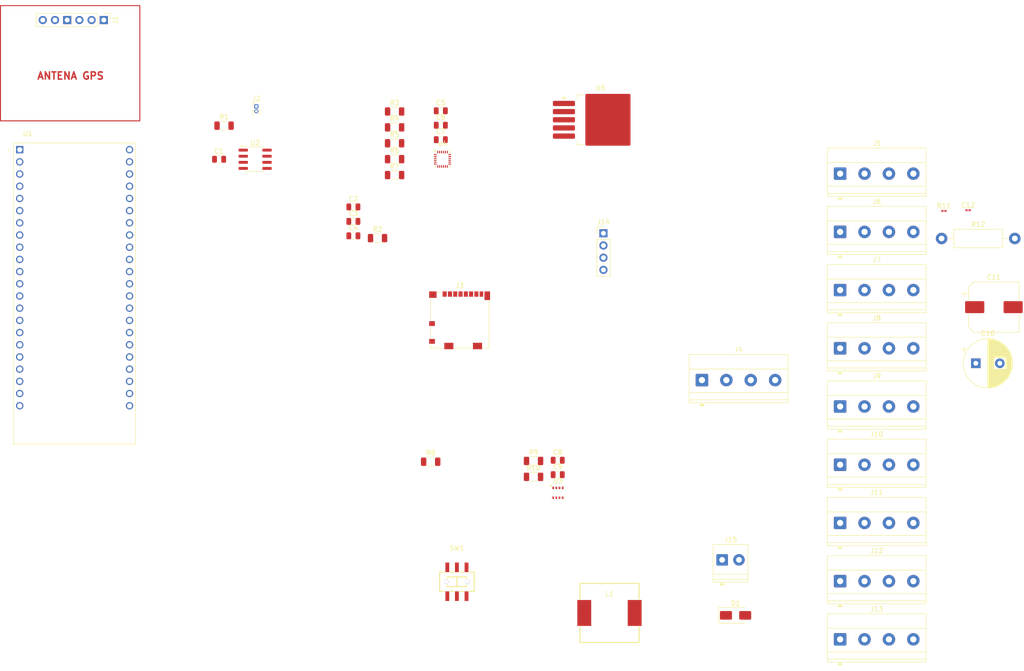
<source format=kicad_pcb>
(kicad_pcb (version 20241229) (generator "pcbnew") (generator_version "9.0")
  (layers (0 "F.Cu" signal) (2 "B.Cu" signal) (13 "F.Paste" user) (15 "B.Paste" user) (5 "F.SilkS" user "F.Silkscreen") (7 "B.SilkS" user "B.Silkscreen") (1 "F.Mask" user) (3 "B.Mask" user) (25 "Edge.Cuts" user))
  (net 0 "")
  (net 1 "GND")
  (net 3 "MOSI")
  (net 9 "EN")
  (net 18 "CS")
  (net 19 "MISO")
  (net 26 "CLK")
  (net 30 "TX")
  (net 31 "RX")
  (net 32 "5V")
  (net 33 "3.3V")
  (net 34 "CANL")
  (net 38 "CANH")
  (net 39 "S")
  (net 41 "Net-(J2-Pin_1)")
  (net 42 "SDA")
  (net 43 "SCL")
  (net 49 "Net-(U4-REGOUT)")
  (net 51 "Net-(J14-Pin_1)")
  (net 52 "Net-(J14-Pin_3)")
  (net 53 "Net-(U4-~{CS})")
  (net 58 "Net-(U5-FB)")
  (net 59 "Net-(U4-AD0{slash}MISO)")
  (net 96 "Net-(D1-K)")
  (net 97 "Net-(U4-FSYNC)")
  (net 98 "Net-(D1-A)")
  (net 99 "Net-(C11-Pad1)")
  (net 101 "+5V")
  (footprint "Capacitor_SMD:C_0805_2012Metric" (layer "F.Cu") (at 157.15 42.42)
    (property "Reference" "C7" (at 0 -1.68 0) (layer "F.SilkS"))
    (property "Value" "0.1uF")
    (pad "1" smd roundrect (at -0.95 0) (size 1 1.45) (layers "F.Cu" "F.Mask" "F.Paste") (net 49 "Net-(U4-REGOUT)"))
    (pad "2" smd roundrect (at 0.95 0) (size 1 1.45) (layers "F.Cu" "F.Mask" "F.Paste") (net 1 "GND"))
  )
  (footprint "Resistor_SMD:R_1206_3216Metric" (layer "F.Cu") (at 155.0375 109.5)
    (property "Reference" "R8" (at 0 -1.83 0) (layer "F.SilkS"))
    (property "Value" "10K")
    (pad "1" smd roundrect (at -1.4625 0) (size 1.125 1.75) (layers "F.Cu" "F.Mask" "F.Paste") (roundrect_rratio 0.222222) (net 18 "CS"))
    (pad "2" smd roundrect (at 1.4625 0) (size 1.125 1.75) (layers "F.Cu" "F.Mask" "F.Paste") (roundrect_rratio 0.222222) (net 33 "3.3V"))
  )
  (footprint "easyeda2kicad:SW-SMD_MS-22D28-G020" (layer "F.Cu") (at 160.5 134.5)
    (property "Reference" "SW1" (at 0 -7 0) (layer "F.SilkS"))
    (property "Value" "MS-22D28-G020")
    (pad "" thru_hole circle (at -2.25 0) (size 0.9 0.9) (drill 0.9) (layers "*.Cu" "*.Mask"))
    (pad "" thru_hole circle (at 2.25 0) (size 0.9 0.9) (drill 0.9) (layers "*.Cu" "*.Mask"))
    (pad "1" smd rect (at -2 -3 90) (size 2 0.8) (layers "F.Cu" "F.Mask" "F.Paste") (net 99 "Net-(C11-Pad1)"))
    (pad "2" smd rect (at 0 -3 90) (size 2 0.8) (layers "F.Cu" "F.Mask" "F.Paste") (net 98 "Net-(D1-A)"))
    (pad "3" smd rect (at 2 -3 90) (size 2 0.8) (layers "F.Cu" "F.Mask" "F.Paste") (net 52 "Net-(J14-Pin_3)"))
    (pad "4" smd rect (at -2 3 90) (size 2 0.8) (layers "F.Cu" "F.Mask" "F.Paste") (net 101 "+5V"))
    (pad "5" smd rect (at 0 3 90) (size 2 0.8) (layers "F.Cu" "F.Mask" "F.Paste") (net 1 "GND"))
    (pad "6" smd rect (at 2 3 90) (size 2 0.8) (layers "F.Cu" "F.Mask" "F.Paste"))
  )
  (footprint "TerminalBlock_Phoenix:TerminalBlock_Phoenix_MKDS-1,5-4-5.08_1x04_P5.08mm_Horizontal" (layer "F.Cu") (at 240.26 73.75)
    (property "Reference" "J7" (at 7.62 -6.32 0) (layer "F.SilkS"))
    (property "Value" "Screw_Terminal_01x04")
    (pad "1" thru_hole roundrect (at 0 0) (size 2.6 2.6) (drill 1.3) (layers "*.Cu" "*.Mask") (roundrect_rratio 0.096154))
    (pad "2" thru_hole circle (at 5.08 0) (size 2.6 2.6) (drill 1.3) (layers "*.Cu" "*.Mask"))
    (pad "3" thru_hole circle (at 10.16 0) (size 2.6 2.6) (drill 1.3) (layers "*.Cu" "*.Mask"))
    (pad "4" thru_hole circle (at 15.24 0) (size 2.6 2.6) (drill 1.3) (layers "*.Cu" "*.Mask"))
  )
  (footprint "Conn_01x06:PinHeader_1x06_P2.54mm_Vertical" (layer "F.Cu") (at 87 17.5 -90)
    (property "Reference" "J1" (at 0 -2.38 90) (layer "F.SilkS"))
    (property "Value" "GN-2630G")
    (pad "1" thru_hole rect (at 0 0 270) (size 1.7 1.7) (drill 1) (layers "*.Cu" "*.Mask") (net 9 "EN"))
    (pad "2" thru_hole circle (at 0 2.54 270) (size 1.7 1.7) (drill 1) (layers "*.Cu" "*.Mask"))
    (pad "3" thru_hole circle (at 0 5.08 270) (size 1.7 1.7) (drill 1) (layers "*.Cu" "*.Mask") (net 30 "TX"))
    (pad "4" thru_hole rect (at 0 7.62 270) (size 1.7 1.7) (drill 1) (layers "*.Cu" "*.Mask") (net 31 "RX"))
    (pad "5" thru_hole circle (at 0 10.16 270) (size 1.7 1.7) (drill 1) (layers "*.Cu" "*.Mask") (net 1 "GND"))
    (pad "6" thru_hole circle (at 0 12.7 270) (size 1.7 1.7) (drill 1) (layers "*.Cu" "*.Mask") (net 32 "5V"))
  )
  (footprint "Resistor_SMD:R_1206_3216Metric" (layer "F.Cu") (at 176.45 112.65)
    (property "Reference" "R10" (at 0 -1.83 0) (layer "F.SilkS"))
    (property "Value" "4.7K")
    (pad "1" smd roundrect (at -1.4625 0) (size 1.125 1.75) (layers "F.Cu" "F.Mask" "F.Paste") (roundrect_rratio 0.222222) (net 42 "SDA"))
    (pad "2" smd roundrect (at 1.4625 0) (size 1.125 1.75) (layers "F.Cu" "F.Mask" "F.Paste") (roundrect_rratio 0.222222) (net 33 "3.3V"))
  )
  (footprint "Resistor_SMD:R_1206_3216Metric" (layer "F.Cu") (at 147.53 43.17)
    (property "Reference" "R5" (at 0 -1.83 0) (layer "F.SilkS"))
    (property "Value" "10K")
    (pad "1" smd roundrect (at -1.4625 0) (size 1.125 1.75) (layers "F.Cu" "F.Mask" "F.Paste") (roundrect_rratio 0.222222) (net 43 "SCL"))
    (pad "2" smd roundrect (at 1.4625 0) (size 1.125 1.75) (layers "F.Cu" "F.Mask" "F.Paste") (roundrect_rratio 0.222222) (net 33 "3.3V"))
  )
  (footprint "Resistor_SMD:R_1206_3216Metric" (layer "F.Cu") (at 147.53 36.55)
    (property "Reference" "R3" (at 0 -1.83 0) (layer "F.SilkS"))
    (property "Value" "10K")
    (pad "1" smd roundrect (at -1.4625 0) (size 1.125 1.75) (layers "F.Cu" "F.Mask" "F.Paste") (roundrect_rratio 0.222222) (net 53 "Net-(U4-~{CS})"))
    (pad "2" smd roundrect (at 1.4625 0) (size 1.125 1.75) (layers "F.Cu" "F.Mask" "F.Paste") (roundrect_rratio 0.222222) (net 33 "3.3V"))
  )
  (footprint "Capacitor_SMD:C_0805_2012Metric" (layer "F.Cu") (at 181.48 112.2)
    (property "Reference" "C9" (at 0 -1.68 0) (layer "F.SilkS"))
    (property "Value" "0.1uF")
    (pad "1" smd roundrect (at -0.95 0) (size 1 1.45) (layers "F.Cu" "F.Mask" "F.Paste") (net 33 "3.3V"))
    (pad "2" smd roundrect (at 0.95 0) (size 1 1.45) (layers "F.Cu" "F.Mask" "F.Paste") (net 1 "GND"))
  )
  (footprint "ESP32-S3-DEVKITC-1U-N8R2:XCVR_ESP32-S3-DEVKITC-1U-N8R2" (layer "F.Cu") (at 80.93 74.47)
    (property "Reference" "U1" (at -9.775 -33.305 0) (layer "F.SilkS"))
    (property "Value" "ESP32-S3-DEVKITC-1U-N8R2")
    (pad "J1_1" thru_hole rect (at -11.43 -29.97) (size 1.53 1.53) (drill 1.02) (layers "*.Cu" "*.Mask") (net 33 "3.3V"))
    (pad "J1_2" thru_hole circle (at -11.43 -27.43) (size 1.53 1.53) (drill 1.02) (layers "*.Cu" "*.Mask") (net 33 "3.3V"))
    (pad "J1_3" thru_hole circle (at -11.43 -24.89) (size 1.53 1.53) (drill 1.02) (layers "*.Cu" "*.Mask"))
    (pad "J1_4" thru_hole circle (at -11.43 -22.35) (size 1.53 1.53) (drill 1.02) (layers "*.Cu" "*.Mask") (net 9 "EN"))
    (pad "J1_5" thru_hole circle (at -11.43 -19.81) (size 1.53 1.53) (drill 1.02) (layers "*.Cu" "*.Mask"))
    (pad "J1_6" thru_hole circle (at -11.43 -17.27) (size 1.53 1.53) (drill 1.02) (layers "*.Cu" "*.Mask"))
    (pad "J1_7" thru_hole circle (at -11.43 -14.73) (size 1.53 1.53) (drill 1.02) (layers "*.Cu" "*.Mask"))
    (pad "J1_8" thru_hole circle (at -11.43 -12.19) (size 1.53 1.53) (drill 1.02) (layers "*.Cu" "*.Mask"))
    (pad "J1_9" thru_hole circle (at -11.43 -9.65) (size 1.53 1.53) (drill 1.02) (layers "*.Cu" "*.Mask"))
    (pad "J1_10" thru_hole circle (at -11.43 -7.11) (size 1.53 1.53) (drill 1.02) (layers "*.Cu" "*.Mask"))
    (pad "J1_11" thru_hole circle (at -11.43 -4.57) (size 1.53 1.53) (drill 1.02) (layers "*.Cu" "*.Mask"))
    (pad "J1_12" thru_hole circle (at -11.43 -2.03) (size 1.53 1.53) (drill 1.02) (layers "*.Cu" "*.Mask") (net 42 "SDA"))
    (pad "J1_13" thru_hole circle (at -11.43 0.51) (size 1.53 1.53) (drill 1.02) (layers "*.Cu" "*.Mask"))
    (pad "J1_14" thru_hole circle (at -11.43 3.05) (size 1.53 1.53) (drill 1.02) (layers "*.Cu" "*.Mask"))
    (pad "J1_15" thru_hole circle (at -11.43 5.59) (size 1.53 1.53) (drill 1.02) (layers "*.Cu" "*.Mask") (net 43 "SCL"))
    (pad "J1_16" thru_hole circle (at -11.43 8.13) (size 1.53 1.53) (drill 1.02) (layers "*.Cu" "*.Mask") (net 18 "CS"))
    (pad "J1_17" thru_hole circle (at -11.43 10.67) (size 1.53 1.53) (drill 1.02) (layers "*.Cu" "*.Mask") (net 3 "MOSI"))
    (pad "J1_18" thru_hole circle (at -11.43 13.21) (size 1.53 1.53) (drill 1.02) (layers "*.Cu" "*.Mask") (net 26 "CLK"))
    (pad "J1_19" thru_hole circle (at -11.43 15.75) (size 1.53 1.53) (drill 1.02) (layers "*.Cu" "*.Mask") (net 19 "MISO"))
    (pad "J1_20" thru_hole circle (at -11.43 18.29) (size 1.53 1.53) (drill 1.02) (layers "*.Cu" "*.Mask"))
    (pad "J1_21" thru_hole circle (at -11.43 20.83) (size 1.53 1.53) (drill 1.02) (layers "*.Cu" "*.Mask") (net 32 "5V"))
    (pad "J1_22" thru_hole circle (at -11.43 23.37) (size 1.53 1.53) (drill 1.02) (layers "*.Cu" "*.Mask") (net 1 "GND"))
    (pad "J3_1" thru_hole circle (at 11.43 -29.97) (size 1.53 1.53) (drill 1.02) (layers "*.Cu" "*.Mask") (net 1 "GND"))
    (pad "J3_2" thru_hole circle (at 11.43 -27.43) (size 1.53 1.53) (drill 1.02) (layers "*.Cu" "*.Mask") (net 30 "TX"))
    (pad "J3_3" thru_hole circle (at 11.43 -24.89) (size 1.53 1.53) (drill 1.02) (layers "*.Cu" "*.Mask") (net 31 "RX"))
    (pad "J3_4" thru_hole circle (at 11.43 -22.35) (size 1.53 1.53) (drill 1.02) (layers "*.Cu" "*.Mask"))
    (pad "J3_5" thru_hole circle (at 11.43 -19.81) (size 1.53 1.53) (drill 1.02) (layers "*.Cu" "*.Mask"))
    (pad "J3_6" thru_hole circle (at 11.43 -17.27) (size 1.53 1.53) (drill 1.02) (layers "*.Cu" "*.Mask"))
    (pad "J3_7" thru_hole circle (at 11.43 -14.73) (size 1.53 1.53) (drill 1.02) (layers "*.Cu" "*.Mask"))
    (pad "J3_8" thru_hole circle (at 11.43 -12.19) (size 1.53 1.53) (drill 1.02) (layers "*.Cu" "*.Mask"))
    (pad "J3_9" thru_hole circle (at 11.43 -9.65) (size 1.53 1.53) (drill 1.02) (layers "*.Cu" "*.Mask"))
    (pad "J3_10" thru_hole circle (at 11.43 -7.11) (size 1.53 1.53) (drill 1.02) (layers "*.Cu" "*.Mask"))
    (pad "J3_11" thru_hole circle (at 11.43 -4.57) (size 1.53 1.53) (drill 1.02) (layers "*.Cu" "*.Mask"))
    (pad "J3_12" thru_hole circle (at 11.43 -2.03) (size 1.53 1.53) (drill 1.02) (layers "*.Cu" "*.Mask"))
    (pad "J3_13" thru_hole circle (at 11.43 0.51) (size 1.53 1.53) (drill 1.02) (layers "*.Cu" "*.Mask"))
    (pad "J3_14" thru_hole circle (at 11.43 3.05) (size 1.53 1.53) (drill 1.02) (layers "*.Cu" "*.Mask"))
    (pad "J3_15" thru_hole circle (at 11.43 5.59) (size 1.53 1.53) (drill 1.02) (layers "*.Cu" "*.Mask"))
    (pad "J3_16" thru_hole circle (at 11.43 8.13) (size 1.53 1.53) (drill 1.02) (layers "*.Cu" "*.Mask"))
    (pad "J3_17" thru_hole circle (at 11.43 10.67) (size 1.53 1.53) (drill 1.02) (layers "*.Cu" "*.Mask"))
    (pad "J3_18" thru_hole circle (at 11.43 13.21) (size 1.53 1.53) (drill 1.02) (layers "*.Cu" "*.Mask"))
    (pad "J3_19" thru_hole circle (at 11.43 15.75) (size 1.53 1.53) (drill 1.02) (layers "*.Cu" "*.Mask"))
    (pad "J3_20" thru_hole circle (at 11.43 18.29) (size 1.53 1.53) (drill 1.02) (layers "*.Cu" "*.Mask"))
    (pad "J3_21" thru_hole circle (at 11.43 20.83) (size 1.53 1.53) (drill 1.02) (layers "*.Cu" "*.Mask") (net 1 "GND"))
    (pad "J3_22" thru_hole circle (at 11.43 23.37) (size 1.53 1.53) (drill 1.02) (layers "*.Cu" "*.Mask") (net 1 "GND"))
  )
  (footprint "Connector_PinHeader_2.54mm:PinHeader_1x04_P2.54mm_Vertical" (layer "F.Cu") (at 191 61.92)
    (property "Reference" "J14" (at 0 -2.38 0) (layer "F.SilkS"))
    (property "Value" "External Voltage Regulator")
    (pad "1" thru_hole rect (at 0 0) (size 1.7 1.7) (drill 1) (layers "*.Cu" "*.Mask") (net 51 "Net-(J14-Pin_1)"))
    (pad "2" thru_hole circle (at 0 2.54) (size 1.7 1.7) (drill 1) (layers "*.Cu" "*.Mask") (net 98 "Net-(D1-A)"))
    (pad "3" thru_hole circle (at 0 5.08) (size 1.7 1.7) (drill 1) (layers "*.Cu" "*.Mask") (net 52 "Net-(J14-Pin_3)"))
    (pad "4" thru_hole circle (at 0 7.62) (size 1.7 1.7) (drill 1) (layers "*.Cu" "*.Mask") (net 98 "Net-(D1-A)"))
  )
  (footprint "Capacitor_SMD:C_0805_2012Metric" (layer "F.Cu") (at 157.15 39.41)
    (property "Reference" "C6" (at 0 -1.68 0) (layer "F.SilkS"))
    (property "Value" "0.01uF")
    (pad "1" smd roundrect (at -0.95 0) (size 1 1.45) (layers "F.Cu" "F.Mask" "F.Paste") (net 33 "3.3V"))
    (pad "2" smd roundrect (at 0.95 0) (size 1 1.45) (layers "F.Cu" "F.Mask" "F.Paste") (net 1 "GND"))
  )
  (footprint "Capacitor_THT:CP_Radial_D10.0mm_P5.00mm" (layer "F.Cu") (at 268.5 89)
    (property "Reference" "C10" (at 2.5 -6.25 0) (layer "F.SilkS"))
    (property "Value" "470uF")
    (pad "1" thru_hole rect (at 0 0) (size 2 2) (drill 1) (layers "*.Cu" "*.Mask") (net 51 "Net-(J14-Pin_1)"))
    (pad "2" thru_hole circle (at 5 0) (size 2 2) (drill 1) (layers "*.Cu" "*.Mask") (net 98 "Net-(D1-A)"))
  )
  (footprint "Connector_Card:microSD_HC_Molex_104031-0811" (layer "F.Cu") (at 161.06 80.025)
    (property "Reference" "J3" (at 0 -7.18 0) (layer "F.SilkS"))
    (property "Value" "Micro_SD_Card")
    (pad "1" smd rect (at -3.105 -5.45) (size 0.85 1.1) (layers "F.Cu" "F.Mask" "F.Paste"))
    (pad "2" smd rect (at -2.005 -5.45) (size 0.85 1.1) (layers "F.Cu" "F.Mask" "F.Paste") (net 18 "CS"))
    (pad "3" smd rect (at -0.905 -5.45) (size 0.85 1.1) (layers "F.Cu" "F.Mask" "F.Paste") (net 3 "MOSI"))
    (pad "4" smd rect (at 0.195 -5.45) (size 0.85 1.1) (layers "F.Cu" "F.Mask" "F.Paste") (net 33 "3.3V"))
    (pad "5" smd rect (at 1.295 -5.45) (size 0.85 1.1) (layers "F.Cu" "F.Mask" "F.Paste") (net 26 "CLK"))
    (pad "6" smd rect (at 2.395 -5.45) (size 0.85 1.1) (layers "F.Cu" "F.Mask" "F.Paste") (net 1 "GND"))
    (pad "7" smd rect (at 3.495 -5.45) (size 0.85 1.1) (layers "F.Cu" "F.Mask" "F.Paste") (net 19 "MISO"))
    (pad "8" smd rect (at 4.545 -5.45) (size 0.75 1.1) (layers "F.Cu" "F.Mask" "F.Paste"))
    (pad "9" smd rect (at -5.74 0.7) (size 1.2 1) (layers "F.Cu" "F.Mask" "F.Paste"))
    (pad "10" smd rect (at -5.74 4.4) (size 1.2 1) (layers "F.Cu" "F.Mask" "F.Paste"))
    (pad "11" smd rect (at -5.565 -5.325) (size 1.55 1.35) (layers "F.Cu" "F.Mask" "F.Paste"))
    (pad "11" smd rect (at -2.24 5.375) (size 1.9 1.35) (layers "F.Cu" "F.Mask" "F.Paste"))
    (pad "11" smd rect (at 3.73 5.375) (size 1.9 1.35) (layers "F.Cu" "F.Mask" "F.Paste"))
    (pad "11" smd rect (at 5.755 -5.1) (size 1.17 1.8) (layers "F.Cu" "F.Mask" "F.Paste"))
  )
  (footprint "Resistor_SMD:R_0201_0603Metric" (layer "F.Cu") (at 261.87 57.27)
    (property "Reference" "R11" (at 0 -1.05 0) (layer "F.SilkS"))
    (property "Value" "1K")
    (pad "1" smd roundrect (at -0.32 0) (size 0.46 0.4) (layers "F.Cu" "F.Mask") (net 1 "GND"))
    (pad "2" smd roundrect (at 0.32 0) (size 0.46 0.4) (layers "F.Cu" "F.Mask") (net 58 "Net-(U5-FB)"))
  )
  (footprint "Resistor_SMD:R_1206_3216Metric" (layer "F.Cu") (at 147.53 49.79)
    (property "Reference" "R7" (at 0 -1.83 0) (layer "F.SilkS"))
    (property "Value" "10K")
    (pad "1" smd roundrect (at -1.4625 0) (size 1.125 1.75) (layers "F.Cu" "F.Mask" "F.Paste") (roundrect_rratio 0.222222) (net 1 "GND"))
    (pad "2" smd roundrect (at 1.4625 0) (size 1.125 1.75) (layers "F.Cu" "F.Mask" "F.Paste") (roundrect_rratio 0.222222) (net 97 "Net-(U4-FSYNC)"))
  )
  (footprint "Capacitor_SMD:CP_Elec_10x10" (layer "F.Cu") (at 272.270354 77.3)
    (property "Reference" "C11" (at 0 -6.2 0) (layer "F.SilkS"))
    (property "Value" "220uF")
    (pad "1" smd roundrect (at -4 0) (size 4 2.5) (layers "F.Cu" "F.Mask" "F.Paste") (roundrect_rratio 0.1) (net 99 "Net-(C11-Pad1)"))
    (pad "2" smd roundrect (at 4 0) (size 4 2.5) (layers "F.Cu" "F.Mask" "F.Paste") (roundrect_rratio 0.1) (net 98 "Net-(D1-A)"))
  )
  (footprint "Capacitor_SMD:C_0805_2012Metric" (layer "F.Cu") (at 157.15 36.4)
    (property "Reference" "C5" (at 0 -1.68 0) (layer "F.SilkS"))
    (property "Value" "0.1uF")
    (pad "1" smd roundrect (at -0.95 0) (size 1 1.45) (layers "F.Cu" "F.Mask" "F.Paste") (net 33 "3.3V"))
    (pad "2" smd roundrect (at 0.95 0) (size 1 1.45) (layers "F.Cu" "F.Mask" "F.Paste") (net 1 "GND"))
  )
  (footprint "TerminalBlock_Phoenix:TerminalBlock_Phoenix_MKDS-1,5-4-5.08_1x04_P5.08mm_Horizontal" (layer "F.Cu") (at 240.26 61.625)
    (property "Reference" "J6" (at 7.62 -6.32 0) (layer "F.SilkS"))
    (property "Value" "Screw_Terminal_01x04")
    (pad "1" thru_hole roundrect (at 0 0) (size 2.6 2.6) (drill 1.3) (layers "*.Cu" "*.Mask") (roundrect_rratio 0.096154))
    (pad "2" thru_hole circle (at 5.08 0) (size 2.6 2.6) (drill 1.3) (layers "*.Cu" "*.Mask"))
    (pad "3" thru_hole circle (at 10.16 0) (size 2.6 2.6) (drill 1.3) (layers "*.Cu" "*.Mask"))
    (pad "4" thru_hole circle (at 15.24 0) (size 2.6 2.6) (drill 1.3) (layers "*.Cu" "*.Mask"))
  )
  (footprint "TerminalBlock_Phoenix:TerminalBlock_Phoenix_MKDS-1,5-4-5.08_1x04_P5.08mm_Horizontal" (layer "F.Cu") (at 240.26 98)
    (property "Reference" "J9" (at 7.62 -6.32 0) (layer "F.SilkS"))
    (property "Value" "Screw_Terminal_01x04")
    (pad "1" thru_hole roundrect (at 0 0) (size 2.6 2.6) (drill 1.3) (layers "*.Cu" "*.Mask") (roundrect_rratio 0.096154))
    (pad "2" thru_hole circle (at 5.08 0) (size 2.6 2.6) (drill 1.3) (layers "*.Cu" "*.Mask"))
    (pad "3" thru_hole circle (at 10.16 0) (size 2.6 2.6) (drill 1.3) (layers "*.Cu" "*.Mask"))
    (pad "4" thru_hole circle (at 15.24 0) (size 2.6 2.6) (drill 1.3) (layers "*.Cu" "*.Mask"))
  )
  (footprint "Resistor_SMD:R_1206_3216Metric" (layer "F.Cu") (at 147.53 46.48)
    (property "Reference" "R6" (at 0 -1.83 0) (layer "F.SilkS"))
    (property "Value" "10K")
    (pad "1" smd roundrect (at -1.4625 0) (size 1.125 1.75) (layers "F.Cu" "F.Mask" "F.Paste") (roundrect_rratio 0.222222) (net 1 "GND"))
    (pad "2" smd roundrect (at 1.4625 0) (size 1.125 1.75) (layers "F.Cu" "F.Mask" "F.Paste") (roundrect_rratio 0.222222) (net 59 "Net-(U4-AD0{slash}MISO)"))
  )
  (footprint "Connector_PinHeader_1.00mm:PinHeader_1x02_P1.00mm_Vertical" (layer "F.Cu") (at 118.75 35.49)
    (property "Reference" "J2" (at 0 -1.61 0) (layer "F.SilkS"))
    (property "Value" "Jumper")
    (pad "1" thru_hole rect (at 0 0) (size 0.85 0.85) (drill 0.5) (layers "*.Cu" "*.Mask") (net 41 "Net-(J2-Pin_1)"))
    (pad "2" thru_hole circle (at 0 1) (size 0.85 0.85) (drill 0.5) (layers "*.Cu" "*.Mask") (net 34 "CANL"))
  )
  (footprint "Resistor_SMD:R_1206_3216Metric" (layer "F.Cu") (at 147.53 39.86)
    (property "Reference" "R4" (at 0 -1.83 0) (layer "F.SilkS"))
    (property "Value" "10K")
    (pad "1" smd roundrect (at -1.4625 0) (size 1.125 1.75) (layers "F.Cu" "F.Mask" "F.Paste") (roundrect_rratio 0.222222) (net 42 "SDA"))
    (pad "2" smd roundrect (at 1.4625 0) (size 1.125 1.75) (layers "F.Cu" "F.Mask" "F.Paste") (roundrect_rratio 0.222222) (net 33 "3.3V"))
  )
  (footprint "Resistor_SMD:R_1206_3216Metric" (layer "F.Cu") (at 176.45 109.34)
    (property "Reference" "R9" (at 0 -1.83 0) (layer "F.SilkS"))
    (property "Value" "4.7K")
    (pad "1" smd roundrect (at -1.4625 0) (size 1.125 1.75) (layers "F.Cu" "F.Mask" "F.Paste") (roundrect_rratio 0.222222) (net 43 "SCL"))
    (pad "2" smd roundrect (at 1.4625 0) (size 1.125 1.75) (layers "F.Cu" "F.Mask" "F.Paste") (roundrect_rratio 0.222222) (net 33 "3.3V"))
  )
  (footprint "TerminalBlock_Phoenix:TerminalBlock_Phoenix_PT-1,5-2-3.5-H_1x02_P3.50mm_Horizontal" (layer "F.Cu") (at 215.705 129.94)
    (property "Reference" "J15" (at 1.75 -4.22 0) (layer "F.SilkS"))
    (property "Value" "POWER")
    (pad "1" thru_hole roundrect (at 0 0) (size 2.4 2.4) (drill 1.2) (layers "*.Cu" "*.Mask") (roundrect_rratio 0.104167) (net 51 "Net-(J14-Pin_1)"))
    (pad "2" thru_hole circle (at 3.5 0) (size 2.4 2.4) (drill 1.2) (layers "*.Cu" "*.Mask") (net 98 "Net-(D1-A)"))
  )
  (footprint "TerminalBlock_Phoenix:TerminalBlock_Phoenix_MKDS-1,5-4-5.08_1x04_P5.08mm_Horizontal" (layer "F.Cu") (at 240.26 110.125)
    (property "Reference" "J10" (at 7.62 -6.32 0) (layer "F.SilkS"))
    (property "Value" "Screw_Terminal_01x04")
    (pad "1" thru_hole roundrect (at 0 0) (size 2.6 2.6) (drill 1.3) (layers "*.Cu" "*.Mask") (roundrect_rratio 0.096154))
    (pad "2" thru_hole circle (at 5.08 0) (size 2.6 2.6) (drill 1.3) (layers "*.Cu" "*.Mask"))
    (pad "3" thru_hole circle (at 10.16 0) (size 2.6 2.6) (drill 1.3) (layers "*.Cu" "*.Mask"))
    (pad "4" thru_hole circle (at 15.24 0) (size 2.6 2.6) (drill 1.3) (layers "*.Cu" "*.Mask"))
  )
  (footprint "Resistor_THT:R_Axial_DIN0411_L9.9mm_D3.6mm_P15.24mm_Horizontal" (layer "F.Cu") (at 261.38 63)
    (property "Reference" "R12" (at 7.62 -2.92 0) (layer "F.SilkS"))
    (property "Value" "3K")
    (pad "1" thru_hole circle (at 0 0) (size 2.4 2.4) (drill 1.2) (layers "*.Cu" "*.Mask") (net 99 "Net-(C11-Pad1)"))
    (pad "2" thru_hole oval (at 15.24 0) (size 2.4 2.4) (drill 1.2) (layers "*.Cu" "*.Mask") (net 58 "Net-(U5-FB)"))
  )
  (footprint "Package_SO:SOIC-8_3.9x4.9mm_P1.27mm" (layer "F.Cu") (at 118.5 46.5)
    (property "Reference" "U2" (at 0 -3.4 0) (layer "F.SilkS"))
    (property "Value" "TJA1051T")
    (pad "1" smd roundrect (at -2.475 -1.905) (size 1.95 0.6) (layers "F.Cu" "F.Mask" "F.Paste") (net 30 "TX"))
    (pad "2" smd roundrect (at -2.475 -0.635) (size 1.95 0.6) (layers "F.Cu" "F.Mask" "F.Paste") (net 1 "GND"))
    (pad "3" smd roundrect (at -2.475 0.635) (size 1.95 0.6) (layers "F.Cu" "F.Mask" "F.Paste") (net 32 "5V"))
    (pad "4" smd roundrect (at -2.475 1.905) (size 1.95 0.6) (layers "F.Cu" "F.Mask" "F.Paste") (net 31 "RX"))
    (pad "5" smd roundrect (at 2.475 1.905) (size 1.95 0.6) (layers "F.Cu" "F.Mask" "F.Paste"))
    (pad "6" smd roundrect (at 2.475 0.635) (size 1.95 0.6) (layers "F.Cu" "F.Mask" "F.Paste") (net 34 "CANL"))
    (pad "7" smd roundrect (at 2.475 -0.635) (size 1.95 0.6) (layers "F.Cu" "F.Mask" "F.Paste") (net 38 "CANH"))
    (pad "8" smd roundrect (at 2.475 -1.905) (size 1.95 0.6) (layers "F.Cu" "F.Mask" "F.Paste") (net 39 "S"))
  )
  (footprint "TerminalBlock_Phoenix:TerminalBlock_Phoenix_MKDS-1,5-4-5.08_1x04_P5.08mm_Horizontal" (layer "F.Cu") (at 240.26 49.5)
    (property "Reference" "J5" (at 7.62 -6.32 0) (layer "F.SilkS"))
    (property "Value" "Screw_Terminal_01x04")
    (pad "1" thru_hole roundrect (at 0 0) (size 2.6 2.6) (drill 1.3) (layers "*.Cu" "*.Mask") (roundrect_rratio 0.096154))
    (pad "2" thru_hole circle (at 5.08 0) (size 2.6 2.6) (drill 1.3) (layers "*.Cu" "*.Mask"))
    (pad "3" thru_hole circle (at 10.16 0) (size 2.6 2.6) (drill 1.3) (layers "*.Cu" "*.Mask"))
    (pad "4" thru_hole circle (at 15.24 0) (size 2.6 2.6) (drill 1.3) (layers "*.Cu" "*.Mask"))
  )
  (footprint "Capacitor_SMD:C_0805_2012Metric" (layer "F.Cu") (at 138.95 56.43)
    (property "Reference" "C2" (at 0 -1.68 0) (layer "F.SilkS"))
    (property "Value" "0.1uF")
    (pad "1" smd roundrect (at -0.95 0) (size 1 1.45) (layers "F.Cu" "F.Mask" "F.Paste") (net 32 "5V"))
    (pad "2" smd roundrect (at 0.95 0) (size 1 1.45) (layers "F.Cu" "F.Mask" "F.Paste") (net 1 "GND"))
  )
  (footprint "TerminalBlock_Phoenix:TerminalBlock_Phoenix_MKDS-1,5-4-5.08_1x04_P5.08mm_Horizontal" (layer "F.Cu") (at 240.26 146.5)
    (property "Reference" "J13" (at 7.62 -6.32 0) (layer "F.SilkS"))
    (property "Value" "Screw_Terminal_01x04")
    (pad "1" thru_hole roundrect (at 0 0) (size 2.6 2.6) (drill 1.3) (layers "*.Cu" "*.Mask") (roundrect_rratio 0.096154))
    (pad "2" thru_hole circle (at 5.08 0) (size 2.6 2.6) (drill 1.3) (layers "*.Cu" "*.Mask"))
    (pad "3" thru_hole circle (at 10.16 0) (size 2.6 2.6) (drill 1.3) (layers "*.Cu" "*.Mask"))
    (pad "4" thru_hole circle (at 15.24 0) (size 2.6 2.6) (drill 1.3) (layers "*.Cu" "*.Mask"))
  )
  (footprint "Capacitor_SMD:C_0805_2012Metric" (layer "F.Cu") (at 138.95 62.45)
    (property "Reference" "C4" (at 0 -1.68 0) (layer "F.SilkS"))
    (property "Value" "0.1uF")
    (pad "1" smd roundrect (at -0.95 0) (size 1 1.45) (layers "F.Cu" "F.Mask" "F.Paste") (net 31 "RX"))
    (pad "2" smd roundrect (at 0.95 0) (size 1 1.45) (layers "F.Cu" "F.Mask" "F.Paste") (net 1 "GND"))
  )
  (footprint "Capacitor_SMD:C_0201_0603Metric" (layer "F.Cu") (at 266.9 57.12)
    (property "Reference" "C12" (at 0 -1.05 0) (layer "F.SilkS"))
    (property "Value" "470pF")
    (pad "1" smd roundrect (at -0.32 0) (size 0.46 0.4) (layers "F.Cu" "F.Mask") (net 58 "Net-(U5-FB)"))
    (pad "2" smd roundrect (at 0.32 0) (size 0.46 0.4) (layers "F.Cu" "F.Mask") (net 99 "Net-(C11-Pad1)"))
  )
  (footprint "TerminalBlock_Phoenix:TerminalBlock_Phoenix_MKDS-1,5-4-5.08_1x04_P5.08mm_Horizontal" (layer "F.Cu") (at 211.5 92.5)
    (property "Reference" "J4" (at 7.62 -6.32 0) (layer "F.SilkS"))
    (property "Value" "Screw_Terminal_01x04")
    (pad "1" thru_hole roundrect (at 0 0) (size 2.6 2.6) (drill 1.3) (layers "*.Cu" "*.Mask") (roundrect_rratio 0.096154))
    (pad "2" thru_hole circle (at 5.08 0) (size 2.6 2.6) (drill 1.3) (layers "*.Cu" "*.Mask"))
    (pad "3" thru_hole circle (at 10.16 0) (size 2.6 2.6) (drill 1.3) (layers "*.Cu" "*.Mask"))
    (pad "4" thru_hole circle (at 15.24 0) (size 2.6 2.6) (drill 1.3) (layers "*.Cu" "*.Mask"))
  )
  (footprint "TerminalBlock_Phoenix:TerminalBlock_Phoenix_MKDS-1,5-4-5.08_1x04_P5.08mm_Horizontal" (layer "F.Cu") (at 240.26 134.375)
    (property "Reference" "J12" (at 7.62 -6.32 0) (layer "F.SilkS"))
    (property "Value" "Screw_Terminal_01x04")
    (pad "1" thru_hole roundrect (at 0 0) (size 2.6 2.6) (drill 1.3) (layers "*.Cu" "*.Mask") (roundrect_rratio 0.096154))
    (pad "2" thru_hole circle (at 5.08 0) (size 2.6 2.6) (drill 1.3) (layers "*.Cu" "*.Mask"))
    (pad "3" thru_hole circle (at 10.16 0) (size 2.6 2.6) (drill 1.3) (layers "*.Cu" "*.Mask"))
    (pad "4" thru_hole circle (at 15.24 0) (size 2.6 2.6) (drill 1.3) (layers "*.Cu" "*.Mask"))
  )
  (footprint "Diode_SMD:D_SMA" (layer "F.Cu") (at 218.5 141.5)
    (property "Reference" "D1" (at 0 -2.5 0) (layer "F.SilkS"))
    (property "Value" "5V")
    (pad "1" smd roundrect (at -2 0) (size 2.5 1.8) (layers "F.Cu" "F.Mask" "F.Paste") (roundrect_rratio 0.1388888889) (net 96 "Net-(D1-K)"))
    (pad "2" smd roundrect (at 2 0) (size 2.5 1.8) (layers "F.Cu" "F.Mask" "F.Paste") (roundrect_rratio 0.1388888889) (net 98 "Net-(D1-A)"))
  )
  (footprint "Resistor_SMD:R_1206_3216Metric" (layer "F.Cu") (at 143.98 62.93)
    (property "Reference" "R2" (at 0 -1.83 0) (layer "F.SilkS"))
    (property "Value" "120R")
    (pad "1" smd roundrect (at -1.4625 0) (size 1.125 1.75) (layers "F.Cu" "F.Mask" "F.Paste") (roundrect_rratio 0.222222) (net 39 "S"))
    (pad "2" smd roundrect (at 1.4625 0) (size 1.125 1.75) (layers "F.Cu" "F.Mask" "F.Paste") (roundrect_rratio 0.222222) (net 1 "GND"))
  )
  (footprint "Capacitor_SMD:C_0805_2012Metric" (layer "F.Cu") (at 138.95 59.44)
    (property "Reference" "C3" (at 0 -1.68 0) (layer "F.SilkS"))
    (property "Value" "47uF")
    (pad "1" smd roundrect (at -0.95 0) (size 1 1.45) (layers "F.Cu" "F.Mask" "F.Paste") (net 32 "5V"))
    (pad "2" smd roundrect (at 0.95 0) (size 1 1.45) (layers "F.Cu" "F.Mask" "F.Paste") (net 1 "GND"))
  )
  (footprint "Package_LGA:Bosch_LGA-8_2.5x2.5mm_P0.65mm_ClockwisePinNumbering" (layer "F.Cu") (at 181.525 115.975)
    (property "Reference" "U3" (at 0.015 -2.465 0) (layer "F.SilkS"))
    (property "Value" "BME280")
    (pad "1" smd rect (at -0.975 -1.025 90) (size 0.5 0.35) (layers "F.Cu" "F.Mask" "F.Paste") (net 1 "GND"))
    (pad "2" smd rect (at -0.325 -1.025 90) (size 0.5 0.35) (layers "F.Cu" "F.Mask" "F.Paste") (net 33 "3.3V"))
    (pad "3" smd rect (at 0.325 -1.025 90) (size 0.5 0.35) (layers "F.Cu" "F.Mask" "F.Paste") (net 42 "SDA"))
    (pad "4" smd rect (at 0.975 -1.025 90) (size 0.5 0.35) (layers "F.Cu" "F.Mask" "F.Paste") (net 43 "SCL"))
    (pad "5" smd rect (at 0.975 1.025 90) (size 0.5 0.35) (layers "F.Cu" "F.Mask" "F.Paste") (net 1 "GND"))
    (pad "6" smd rect (at 0.325 1.025 90) (size 0.5 0.35) (layers "F.Cu" "F.Mask" "F.Paste") (net 33 "3.3V"))
    (pad "7" smd rect (at -0.325 1.025 90) (size 0.5 0.35) (layers "F.Cu" "F.Mask" "F.Paste") (net 1 "GND"))
    (pad "8" smd rect (at -0.975 1.025 90) (size 0.5 0.35) (layers "F.Cu" "F.Mask" "F.Paste") (net 33 "3.3V"))
  )
  (footprint "Resistor_SMD:R_1206_3216Metric" (layer "F.Cu") (at 112.0375 39.5)
    (property "Reference" "R1" (at 0 -1.83 0) (layer "F.SilkS"))
    (property "Value" "120R")
    (pad "1" smd roundrect (at -1.4625 0) (size 1.125 1.75) (layers "F.Cu" "F.Mask" "F.Paste") (roundrect_rratio 0.222222) (net 38 "CANH"))
    (pad "2" smd roundrect (at 1.4625 0) (size 1.125 1.75) (layers "F.Cu" "F.Mask" "F.Paste") (roundrect_rratio 0.222222) (net 41 "Net-(J2-Pin_1)"))
  )
  (footprint "TerminalBlock_Phoenix:TerminalBlock_Phoenix_MKDS-1,5-4-5.08_1x04_P5.08mm_Horizontal" (layer "F.Cu") (at 240.26 85.875)
    (property "Reference" "J8" (at 7.62 -6.32 0) (layer "F.SilkS"))
    (property "Value" "Screw_Terminal_01x04")
    (pad "1" thru_hole roundrect (at 0 0) (size 2.6 2.6) (drill 1.3) (layers "*.Cu" "*.Mask") (roundrect_rratio 0.096154))
    (pad "2" thru_hole circle (at 5.08 0) (size 2.6 2.6) (drill 1.3) (layers "*.Cu" "*.Mask"))
    (pad "3" thru_hole circle (at 10.16 0) (size 2.6 2.6) (drill 1.3) (layers "*.Cu" "*.Mask"))
    (pad "4" thru_hole circle (at 15.24 0) (size 2.6 2.6) (drill 1.3) (layers "*.Cu" "*.Mask"))
  )
  (footprint "Capacitor_SMD:C_0805_2012Metric" (layer "F.Cu") (at 181.48 109.19)
    (property "Reference" "C8" (at 0 -1.68 0) (layer "F.SilkS"))
    (property "Value" "0.1uF")
    (pad "1" smd roundrect (at -0.95 0) (size 1 1.45) (layers "F.Cu" "F.Mask" "F.Paste") (net 33 "3.3V"))
    (pad "2" smd roundrect (at 0.95 0) (size 1 1.45) (layers "F.Cu" "F.Mask" "F.Paste") (net 1 "GND"))
  )
  (footprint "Package_TO_SOT_SMD:TO-263-5_TabPin3" (layer "F.Cu") (at 190.425 38.275)
    (property "Reference" "U5" (at 0 -6.65 0) (layer "F.SilkS"))
    (property "Value" "LM2596S-5")
    (pad "1" smd roundrect (at -7.65 -3.4) (size 4.6 1.1) (layers "F.Cu" "F.Mask" "F.Paste") (roundrect_rratio 0.227273) (net 51 "Net-(J14-Pin_1)"))
    (pad "2" smd roundrect (at -7.65 -1.7) (size 4.6 1.1) (layers "F.Cu" "F.Mask" "F.Paste") (roundrect_rratio 0.227273) (net 96 "Net-(D1-K)"))
    (pad "3" smd roundrect (at -7.65 0) (size 4.6 1.1) (layers "F.Cu" "F.Mask" "F.Paste") (roundrect_rratio 0.227273) (net 98 "Net-(D1-A)"))
    (pad "3" smd roundrect (at 1.5 0) (size 9.4 10.8) (layers "F.Cu" "F.Mask") (roundrect_rratio 0.026596) (net 98 "Net-(D1-A)"))
    (pad "4" smd roundrect (at -7.65 1.7) (size 4.6 1.1) (layers "F.Cu" "F.Mask" "F.Paste") (roundrect_rratio 0.227273) (net 58 "Net-(U5-FB)"))
    (pad "5" smd roundrect (at -7.65 3.4) (size 4.6 1.1) (layers "F.Cu" "F.Mask" "F.Paste") (roundrect_rratio 0.227273) (net 98 "Net-(D1-A)"))
  )
  (footprint "Capacitor_SMD:C_0805_2012Metric" (layer "F.Cu") (at 111 46.5)
    (property "Reference" "C1" (at 0 -1.68 0) (layer "F.SilkS"))
    (property "Value" "100pF")
    (pad "1" smd roundrect (at -0.95 0) (size 1 1.45) (layers "F.Cu" "F.Mask" "F.Paste") (net 38 "CANH"))
    (pad "2" smd roundrect (at 0.95 0) (size 1 1.45) (layers "F.Cu" "F.Mask" "F.Paste") (net 34 "CANL"))
  )
  (footprint "easyeda2kicad:IND-SMD_L12.3-W12.3_SMDRI127" (layer "F.Cu") (at 192.25 141)
    (property "Reference" "L1" (at 0 -4 0) (layer "F.SilkS"))
    (property "Value" "SMDRI127-680MT")
    (pad "1" smd rect (at -5.25 0) (size 2.9 5.4) (layers "F.Cu" "F.Mask" "F.Paste") (net 96 "Net-(D1-K)"))
    (pad "2" smd rect (at 5.25 0) (size 2.9 5.4) (layers "F.Cu" "F.Mask" "F.Paste") (net 99 "Net-(C11-Pad1)"))
  )
  (footprint "Sensor_Motion:InvenSense_QFN-24_3x3mm_P0.4mm" (layer "F.Cu") (at 157.5 46.5)
    (property "Reference" "U4" (at 0 -3.25 0) (layer "F.SilkS"))
    (property "Value" "MPU-9250")
    (pad "1" smd roundrect (at -1.5 -1) (size 0.55 0.2) (layers "F.Cu" "F.Mask" "F.Paste") (net 33 "3.3V"))
    (pad "2" smd roundrect (at -1.5 -0.6) (size 0.55 0.2) (layers "F.Cu" "F.Mask" "F.Paste"))
    (pad "3" smd roundrect (at -1.5 -0.2) (size 0.55 0.2) (layers "F.Cu" "F.Mask" "F.Paste"))
    (pad "4" smd roundrect (at -1.5 0.2) (size 0.55 0.2) (layers "F.Cu" "F.Mask" "F.Paste"))
    (pad "5" smd roundrect (at -1.5 0.6) (size 0.55 0.2) (layers "F.Cu" "F.Mask" "F.Paste"))
    (pad "6" smd roundrect (at -1.5 1) (size 0.55 0.2) (layers "F.Cu" "F.Mask" "F.Paste"))
    (pad "7" smd roundrect (at -1 1.5 90) (size 0.55 0.2) (layers "F.Cu" "F.Mask" "F.Paste"))
    (pad "8" smd roundrect (at -0.6 1.5 90) (size 0.55 0.2) (layers "F.Cu" "F.Mask" "F.Paste") (net 33 "3.3V"))
    (pad "9" smd roundrect (at -0.2 1.5 90) (size 0.55 0.2) (layers "F.Cu" "F.Mask" "F.Paste") (net 59 "Net-(U4-AD0{slash}MISO)"))
    (pad "10" smd roundrect (at 0.2 1.5 90) (size 0.55 0.2) (layers "F.Cu" "F.Mask" "F.Paste") (net 49 "Net-(U4-REGOUT)"))
    (pad "11" smd roundrect (at 0.6 1.5 90) (size 0.55 0.2) (layers "F.Cu" "F.Mask" "F.Paste") (net 97 "Net-(U4-FSYNC)"))
    (pad "12" smd roundrect (at 1 1.5 90) (size 0.55 0.2) (layers "F.Cu" "F.Mask" "F.Paste"))
    (pad "13" smd roundrect (at 1.5 1) (size 0.55 0.2) (layers "F.Cu" "F.Mask" "F.Paste") (net 33 "3.3V"))
    (pad "14" smd roundrect (at 1.5 0.6) (size 0.55 0.2) (layers "F.Cu" "F.Mask" "F.Paste"))
    (pad "15" smd roundrect (at 1.5 0.2) (size 0.55 0.2) (layers "F.Cu" "F.Mask" "F.Paste"))
    (pad "16" smd roundrect (at 1.5 -0.2) (size 0.55 0.2) (layers "F.Cu" "F.Mask" "F.Paste"))
    (pad "17" smd roundrect (at 1.5 -0.6) (size 0.55 0.2) (layers "F.Cu" "F.Mask" "F.Paste"))
    (pad "18" smd roundrect (at 1.5 -1) (size 0.55 0.2) (layers "F.Cu" "F.Mask" "F.Paste") (net 1 "GND"))
    (pad "19" smd roundrect (at 1 -1.5 90) (size 0.55 0.2) (layers "F.Cu" "F.Mask" "F.Paste"))
    (pad "20" smd roundrect (at 0.6 -1.5 90) (size 0.55 0.2) (layers "F.Cu" "F.Mask" "F.Paste") (net 1 "GND"))
    (pad "21" smd roundrect (at 0.2 -1.5 90) (size 0.55 0.2) (layers "F.Cu" "F.Mask" "F.Paste"))
    (pad "22" smd roundrect (at -0.2 -1.5 90) (size 0.55 0.2) (layers "F.Cu" "F.Mask" "F.Paste") (net 53 "Net-(U4-~{CS})"))
    (pad "23" smd roundrect (at -0.6 -1.5 90) (size 0.55 0.2) (layers "F.Cu" "F.Mask" "F.Paste") (net 43 "SCL"))
    (pad "24" smd roundrect (at -1 -1.5 90) (size 0.55 0.2) (layers "F.Cu" "F.Mask" "F.Paste") (net 42 "SDA"))
  )
  (footprint "TerminalBlock_Phoenix:TerminalBlock_Phoenix_MKDS-1,5-4-5.08_1x04_P5.08mm_Horizontal" (layer "F.Cu") (at 240.26 122.25)
    (property "Reference" "J11" (at 7.62 -6.32 0) (layer "F.SilkS"))
    (property "Value" "Screw_Terminal_01x04")
    (pad "1" thru_hole roundrect (at 0 0) (size 2.6 2.6) (drill 1.3) (layers "*.Cu" "*.Mask") (roundrect_rratio 0.096154))
    (pad "2" thru_hole circle (at 5.08 0) (size 2.6 2.6) (drill 1.3) (layers "*.Cu" "*.Mask"))
    (pad "3" thru_hole circle (at 10.16 0) (size 2.6 2.6) (drill 1.3) (layers "*.Cu" "*.Mask"))
    (pad "4" thru_hole circle (at 15.24 0) (size 2.6 2.6) (drill 1.3) (layers "*.Cu" "*.Mask"))
  )
  (gr_rect (start 65.5 14.5) (end 94.5 38.5) (stroke (width 0.2)) (fill no) (layer "F.Cu"))
  (gr_text "ANTENA GPS\n" (at 73 30 0) (layer "F.Cu") (effects (font (size 1.5 1.5) (thickness 0.3) (bold yes)) (justify left bottom)))
)
</source>
